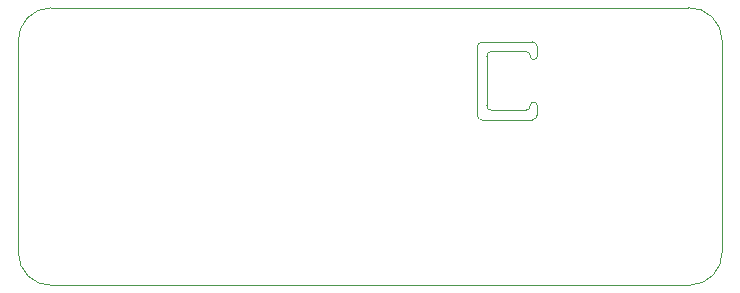
<source format=gbr>
%TF.GenerationSoftware,KiCad,Pcbnew,7.0.7*%
%TF.CreationDate,2023-09-20T12:31:10+02:00*%
%TF.ProjectId,Window_EMP_monitor_59_4x23_5x1.6mm,57696e64-6f77-45f4-954d-505f6d6f6e69,rev?*%
%TF.SameCoordinates,Original*%
%TF.FileFunction,Profile,NP*%
%FSLAX46Y46*%
G04 Gerber Fmt 4.6, Leading zero omitted, Abs format (unit mm)*
G04 Created by KiCad (PCBNEW 7.0.7) date 2023-09-20 12:31:10*
%MOMM*%
%LPD*%
G01*
G04 APERTURE LIST*
%TA.AperFunction,Profile*%
%ADD10C,0.100000*%
%TD*%
G04 APERTURE END LIST*
D10*
X177378968Y-84506670D02*
G75*
G03*
X176968969Y-84937137I-268J-410230D01*
G01*
X140886934Y-81614775D02*
X194820000Y-81610000D01*
X140986212Y-105123151D02*
X194929726Y-105109999D01*
X182044315Y-84909970D02*
X182044758Y-85709968D01*
X138104455Y-102343152D02*
G75*
G03*
X140986212Y-105123150I2781845J52D01*
G01*
X176968969Y-84937137D02*
X176951285Y-90706145D01*
X177763958Y-89886545D02*
X177770001Y-85730487D01*
X182034113Y-90666787D02*
X182038716Y-89876544D01*
X176951370Y-90706145D02*
G75*
G03*
X177381772Y-91116144I410430J-55D01*
G01*
X181054446Y-90307031D02*
X178194445Y-90296544D01*
X182044325Y-84909970D02*
G75*
G03*
X181613828Y-84499971I-410325J170D01*
G01*
X181613828Y-84500489D02*
X177378968Y-84506650D01*
X181040000Y-85300487D02*
X178180000Y-85300000D01*
X181470488Y-85709968D02*
G75*
G03*
X182044758Y-85709968I287135J3D01*
G01*
X138104415Y-102343152D02*
X138106935Y-84496572D01*
X177763962Y-89886545D02*
G75*
G03*
X178194445Y-90296543I410338J-155D01*
G01*
X181624114Y-91097286D02*
G75*
G03*
X182034113Y-90666787I-314J410786D01*
G01*
X197701794Y-84389999D02*
G75*
G03*
X194820000Y-81610000I-2781894J-101D01*
G01*
X182038717Y-89876544D02*
G75*
G03*
X181464445Y-89876544I-287136J16D01*
G01*
X197709725Y-102228202D02*
X197701797Y-84389999D01*
X194929726Y-105110022D02*
G75*
G03*
X197709724Y-102228202I-26J2781822D01*
G01*
X181470518Y-85709968D02*
G75*
G03*
X181040000Y-85299969I-410518J-32D01*
G01*
X181054446Y-90307035D02*
G75*
G03*
X181464445Y-89876544I54J410435D01*
G01*
X140886934Y-81614728D02*
G75*
G03*
X138106936Y-84496572I-234J-2781572D01*
G01*
X177381772Y-91116144D02*
X181624114Y-91097274D01*
X178180000Y-85300010D02*
G75*
G03*
X177770002Y-85730487I-100J-410390D01*
G01*
M02*

</source>
